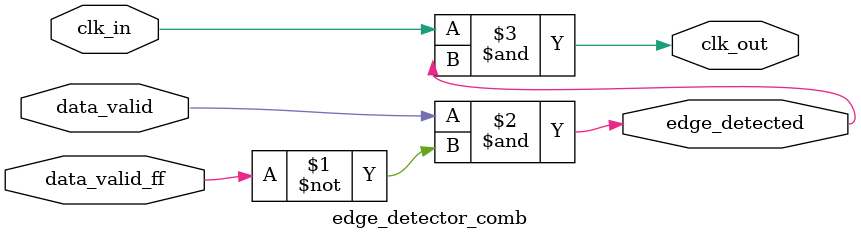
<source format=sv>
module edge_sensitive_clock_gate (
    input  wire clk_in,
    input  wire data_valid,
    input  wire rst_n,
    output wire clk_out
);
    // 内部信号声明
    wire edge_detected;
    reg  data_valid_last;
    
    // 时序逻辑模块实例化
    edge_detector_seq seq_logic (
        .clk_in        (clk_in),
        .rst_n         (rst_n),
        .data_valid    (data_valid),
        .data_valid_ff (data_valid_last)
    );
    
    // 组合逻辑模块实例化
    edge_detector_comb comb_logic (
        .data_valid    (data_valid),
        .data_valid_ff (data_valid_last),
        .clk_in        (clk_in),
        .edge_detected (edge_detected),
        .clk_out       (clk_out)
    );
endmodule

// 时序逻辑模块
module edge_detector_seq (
    input  wire clk_in,
    input  wire rst_n,
    input  wire data_valid,
    output reg  data_valid_ff
);
    // 时序逻辑部分 - 仅在时钟边沿触发
    always @(posedge clk_in or negedge rst_n) begin
        if (!rst_n)
            data_valid_ff <= 1'b0;
        else
            data_valid_ff <= data_valid;
    end
endmodule

// 组合逻辑模块
module edge_detector_comb (
    input  wire data_valid,
    input  wire data_valid_ff,
    input  wire clk_in,
    output wire edge_detected,
    output wire clk_out
);
    // 组合逻辑部分 - 使用assign语句
    assign edge_detected = data_valid & ~data_valid_ff;
    assign clk_out = clk_in & edge_detected;
endmodule
</source>
